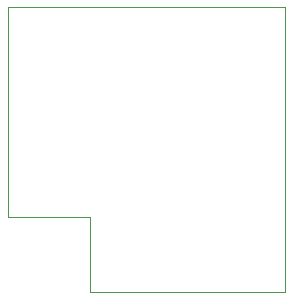
<source format=gbr>
%TF.GenerationSoftware,KiCad,Pcbnew,(6.0.1)*%
%TF.CreationDate,2022-02-07T09:31:49-05:00*%
%TF.ProjectId,hitsmodule,68697473-6d6f-4647-956c-652e6b696361,rev?*%
%TF.SameCoordinates,Original*%
%TF.FileFunction,Profile,NP*%
%FSLAX46Y46*%
G04 Gerber Fmt 4.6, Leading zero omitted, Abs format (unit mm)*
G04 Created by KiCad (PCBNEW (6.0.1)) date 2022-02-07 09:31:49*
%MOMM*%
%LPD*%
G01*
G04 APERTURE LIST*
%TA.AperFunction,Profile*%
%ADD10C,0.100000*%
%TD*%
G04 APERTURE END LIST*
D10*
X138430000Y-76200000D02*
X138430000Y-93980000D01*
X161925000Y-100330000D02*
X161925000Y-76200000D01*
X161925000Y-76200000D02*
X138430000Y-76200000D01*
X145415000Y-100330000D02*
X161925000Y-100330000D01*
X144780000Y-93980000D02*
X145415000Y-93980000D01*
X138430000Y-93980000D02*
X144780000Y-93980000D01*
X145415000Y-100330000D02*
X145415000Y-93980000D01*
M02*

</source>
